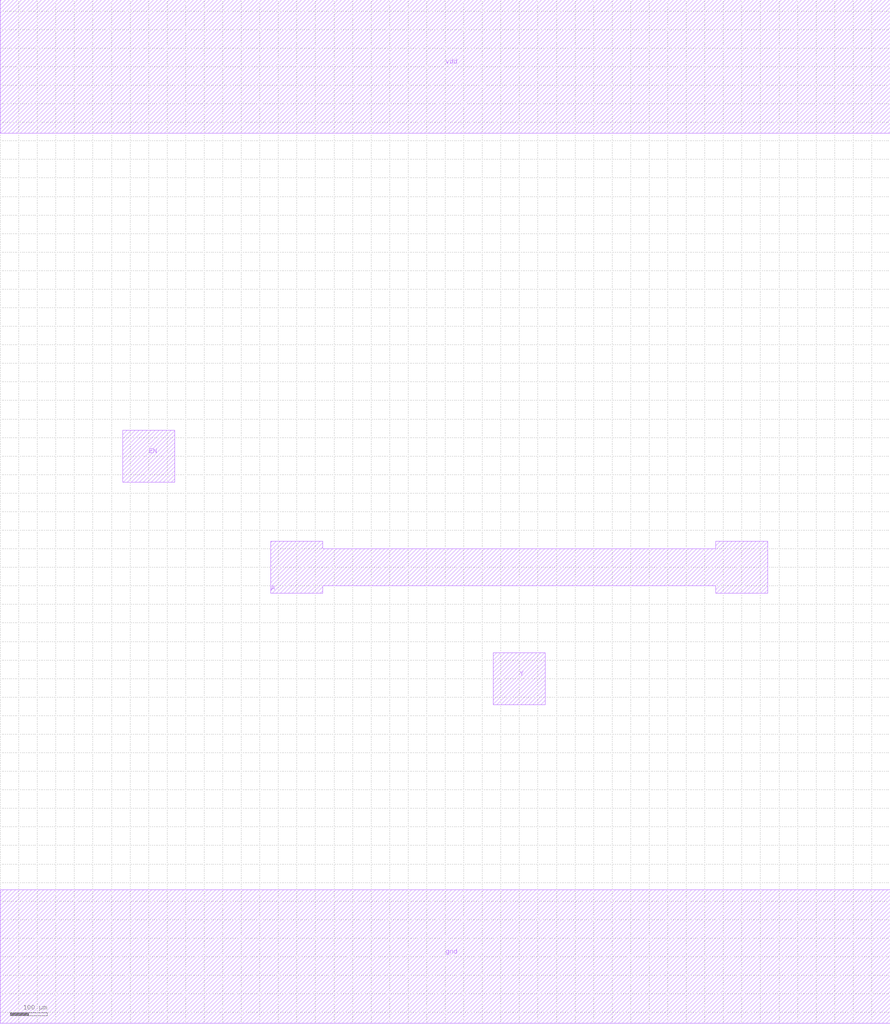
<source format=lef>
MACRO TBUFX2
 CLASS CORE ;
 ORIGIN 0 0 ;
 FOREIGN TBUFX2 0 0 ;
 SITE CORE ;
 SYMMETRY X Y R90 ;
  PIN vdd
   DIRECTION INOUT ;
   USE SIGNAL ;
   SHAPE ABUTMENT ;
    PORT
     CLASS CORE ;
       LAYER metal2 ;
        RECT 0.00000000 2220.00000000 2400.00000000 2580.00000000 ;
    END
  END vdd

  PIN gnd
   DIRECTION INOUT ;
   USE SIGNAL ;
   SHAPE ABUTMENT ;
    PORT
     CLASS CORE ;
       LAYER metal2 ;
        RECT 0.00000000 -180.00000000 2400.00000000 180.00000000 ;
    END
  END gnd

  PIN EN
   DIRECTION INOUT ;
   USE SIGNAL ;
   SHAPE ABUTMENT ;
    PORT
     CLASS CORE ;
       LAYER metal2 ;
        RECT 330.00000000 1280.00000000 470.00000000 1420.00000000 ;
    END
  END EN

  PIN A
   DIRECTION INOUT ;
   USE SIGNAL ;
   SHAPE ABUTMENT ;
    PORT
     CLASS CORE ;
       LAYER metal2 ;
        POLYGON 730.00000000 980.00000000 730.00000000 1120.00000000 870.00000000 1120.00000000 870.00000000 1100.00000000 1930.00000000 1100.00000000 1930.00000000 1120.00000000 2070.00000000 1120.00000000 2070.00000000 980.00000000 1930.00000000 980.00000000 1930.00000000 1000.00000000 870.00000000 1000.00000000 870.00000000 980.00000000 ;
    END
  END A

  PIN Y
   DIRECTION INOUT ;
   USE SIGNAL ;
   SHAPE ABUTMENT ;
    PORT
     CLASS CORE ;
       LAYER metal2 ;
        RECT 1330.00000000 680.00000000 1470.00000000 820.00000000 ;
    END
  END Y


END TBUFX2

</source>
